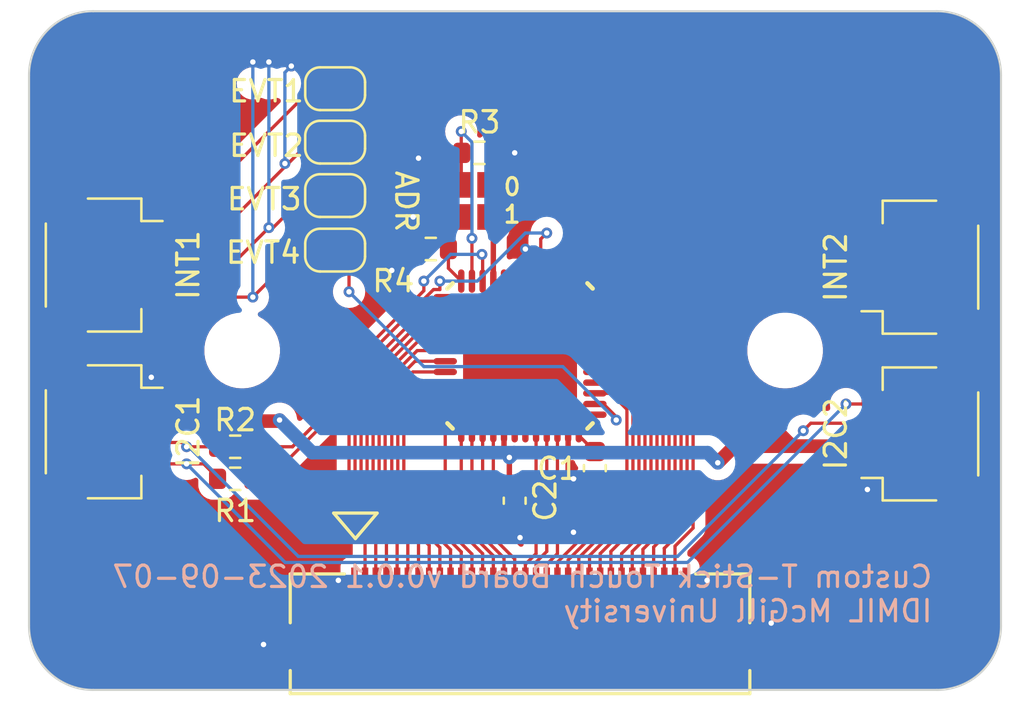
<source format=kicad_pcb>
(kicad_pcb (version 20221018) (generator pcbnew)
  (layers (0 "F.Cu" signal) (31 "B.Cu" signal) (34 "B.Paste" user) (35 "F.Paste" user) (36 "B.SilkS" user "B.Silkscreen") (37 "F.SilkS" user "F.Silkscreen") (38 "B.Mask" user) (39 "F.Mask" user) (44 "Edge.Cuts" user))
  (net 0 "")
  (net 1 "GND")
  (net 2 "+3V3")
  (net 3 "/SDA")
  (net 4 "/SCL")
  (net 5 "Net-(IC1-(INT)P0[1])")
  (net 6 "/EVT1")
  (net 7 "/EVT2")
  (net 8 "/EVT3")
  (net 9 "/EVT4")
  (net 10 "/TRILL_EVT")
  (net 11 "/ADDR0")
  (net 12 "/ADDR1")
  (net 13 "Net-(IC1-(PR{slash}SCL)P1[1])")
  (net 14 "Net-(IC1-(PR{slash}SDA)P1[0])")
  (net 15 "/TOUCH0")
  (net 16 "/TOUCH1")
  (net 17 "/TOUCH2")
  (net 18 "/TOUCH3")
  (net 19 "/TOUCH4")
  (net 20 "/TOUCH5")
  (net 21 "/TOUCH6")
  (net 22 "/TOUCH7")
  (net 23 "/TOUCH8")
  (net 24 "/TOUCH9")
  (net 25 "/TOUCH10")
  (net 26 "/TOUCH11")
  (net 27 "/TOUCH12")
  (net 28 "/TOUCH13")
  (net 29 "/TOUCH14")
  (net 30 "/TOUCH15")
  (net 31 "/TOUCH16")
  (net 32 "/TOUCH17")
  (net 33 "/TOUCH18")
  (net 34 "/TOUCH19")
  (net 35 "/TOUCH20")
  (net 36 "/TOUCH21")
  (net 37 "/TOUCH22")
  (net 38 "/TOUCH23")
  (net 39 "/TOUCH24")
  (net 40 "/TOUCH25")
  (net 41 "/TOUCH26")
  (net 42 "/TOUCH27")
  (net 43 "/TOUCH28")
  (net 44 "/TOUCH29")
  (net 45 "/RES")
  (footprint "Connector_JST:JST_SH_SM04B-SRSS-TB_1x04-1MP_P1.00mm_Horizontal" (layer "F.Cu") (at 148 86.85 90)
    (fp_text reference "INT2")
    (fp_text value "Conn_01x04")
  )
  (footprint "cap-touch-breakout:QFN48-LEADS" (layer "F.Cu") (at 129.25 91 180)
    (fp_text reference "IC1" hide)
    (fp_text value "CY8C206X6A" hide)
  )
  (footprint "Capacitor_SMD:C_0603_1608Metric" (layer "F.Cu") (at 129 97.775 -90)
    (fp_text reference "C2")
    (fp_text value "0.1uF")
  )
  (footprint "Jumper:SolderJumper-2_P1.3mm_Open_RoundedPad1.0x1.5mm" (layer "F.Cu") (at 120.6 83.5 180)
    (fp_text reference "JP3" hide)
    (fp_text value "SolderJumper_2_Open")
  )
  (footprint "Capacitor_SMD:C_0603_1608Metric" (layer "F.Cu") (at 132.75 96.25 -90)
    (fp_text reference "C1")
    (fp_text value "2.2nF")
  )
  (footprint "MountingHole:MountingHole_3.2mm_M3_DIN965" (layer "F.Cu") (at 116.25 90.75)
    (fp_text reference "H2" hide)
    (fp_text value "MountingHole")
  )
  (footprint "molex-ffc-connectors:CON_541323262_MOL" (layer "F.Cu") (at 129.25 104)
    (fp_text reference "FFC1" hide)
    (fp_text value "Conn_01x32")
  )
  (footprint "Jumper:SolderJumper-2_P1.3mm_Open_RoundedPad1.0x1.5mm" (layer "F.Cu") (at 120.6 86.05 180)
    (fp_text reference "JP4" hide)
    (fp_text value "SolderJumper_2_Open")
  )
  (footprint "Resistor_SMD:R_0603_1608Metric" (layer "F.Cu") (at 115.925 96.75)
    (fp_text reference "R1")
    (fp_text value "100")
  )
  (footprint "Resistor_SMD:R_0603_1608Metric" (layer "F.Cu") (at 127.35 81.5)
    (fp_text reference "R3")
    (fp_text value "47k")
  )
  (footprint "Jumper:SolderJumper-2_P1.3mm_Open_RoundedPad1.0x1.5mm" (layer "F.Cu") (at 120.6 81 180)
    (fp_text reference "JP2" hide)
    (fp_text value "SolderJumper_2_Open")
  )
  (footprint "Connector_JST:JST_SH_SM04B-SRSS-TB_1x04-1MP_P1.00mm_Horizontal" (layer "F.Cu") (at 109.75 86.75 -90)
    (fp_text reference "INT1")
    (fp_text value "Conn_01x04")
  )
  (footprint "Resistor_SMD:R_0603_1608Metric" (layer "F.Cu") (at 125.075 86 180)
    (fp_text reference "R4")
    (fp_text value "47k")
  )
  (footprint "Resistor_SMD:R_0603_1608Metric" (layer "F.Cu") (at 115.925 95.25)
    (fp_text reference "R2")
    (fp_text value "100")
  )
  (footprint "cap-touch-breakout:DOUBLE_SOLDER_JUMPER" (layer "F.Cu") (at 127.7503 84.5 180)
    (fp_text reference "JP1B1" hide)
    (fp_text value "Conn_01x03" hide)
  )
  (footprint "Connector_JST:JST_SH_SM04B-SRSS-TB_1x04-1MP_P1.00mm_Horizontal" (layer "F.Cu") (at 109.75 94.55 -90)
    (fp_text reference "I2C1")
    (fp_text value "Conn_01x04")
  )
  (footprint "cap-touch-breakout:DOUBLE_SOLDER_JUMPER" (layer "F.Cu") (at 127.75 83 180)
    (fp_text reference "JP1A1" hide)
    (fp_text value "Conn_01x03" hide)
  )
  (footprint "Jumper:SolderJumper-2_P1.3mm_Open_RoundedPad1.0x1.5mm" (layer "F.Cu") (at 120.6 78.5 180)
    (fp_text reference "JP1" hide)
    (fp_text value "SolderJumper_2_Open")
  )
  (footprint "Connector_JST:JST_SH_SM04B-SRSS-TB_1x04-1MP_P1.00mm_Horizontal" (layer "F.Cu") (at 148 94.65 90)
    (fp_text reference "I2C2")
    (fp_text value "Conn_01x04")
  )
  (footprint "MountingHole:MountingHole_3.2mm_M3_DIN965" (layer "F.Cu") (at 141.65 90.75)
    (fp_text reference "H1" hide)
    (fp_text value "MountingHole")
  )
  (gr_arc (start 109.28 106.625) (mid 107.15868 105.74632) (end 106.28 103.625) (stroke (width 0.1)) (layer "Edge.Cuts"))
  (gr_line (start 151.75 103.625) (end 151.75 77.875) (stroke (width 0.1)) (layer "Edge.Cuts"))
  (gr_arc (start 148.75 74.875) (mid 150.87132 75.75368) (end 151.75 77.875) (stroke (width 0.1)) (layer "Edge.Cuts"))
  (gr_arc (start 151.75 103.625) (mid 150.87132 105.74632) (end 148.75 106.625) (stroke (width 0.1)) (layer "Edge.Cuts"))
  (gr_line (start 109.28 106.625) (end 148.75 106.625) (stroke (width 0.1)) (layer "Edge.Cuts"))
  (gr_line (start 106.28 103.625) (end 106.28 77.875) (stroke (width 0.1)) (layer "Edge.Cuts"))
  (gr_line (start 148.75 74.875) (end 109.28 74.875) (stroke (width 0.1)) (layer "Edge.Cuts"))
  (gr_arc (start 106.28 77.875) (mid 107.15868 75.75368) (end 109.28 74.875) (stroke (width 0.1)) (layer "Edge.Cuts"))
  (gr_text "Custom T-Stick Touch Board v0.0.1 2023-09-07\nIDMIL McGill University" (at 148.625 103.525) (layer "B.SilkS") (effects (font (size 1 1)) (justify left bottom mirror)))
  (gr_text "0\n1" (at 128.4 84.85) (layer "F.SilkS") (effects (font (size 0.8 0.8)) (justify left bottom)))
  (gr_text "EVT2" (at 115.55 81.75) (layer "F.SilkS") (effects (font (size 1 1)) (justify left bottom)))
  (gr_text "EVT4" (at 115.4 86.75) (layer "F.SilkS") (effects (font (size 1 1)) (justify left bottom)))
  (gr_text "EVT3" (at 115.45 84.25) (layer "F.SilkS") (effects (font (size 1 1)) (justify left bottom)))
  (gr_text "ADR" (at 123.35 82.25 -90) (layer "F.SilkS") (effects (font (size 1 1)) (justify left bottom)))
  (gr_text "EVT1" (at 115.55 79.2) (layer "F.SilkS") (effects (font (size 1 1)) (justify left bottom)))
  (segment (start 129.5 87.5) (end 129.5 86) (width 0.254) (layer "F.Cu") (net 1))
  (segment (start 146 96.75) (end 145.5 97.25) (width 0.254) (layer "F.Cu") (net 1))
  (segment (start 125.3497 83) (end 125.3497 82.5997) (width 0.254) (layer "F.Cu") (net 1))
  (segment (start 139.9 104.6016) (end 141 103.5016) (width 0.1524) (layer "F.Cu") (net 1))
  (segment (start 111.75 93.05) (end 111.75 92.25) (width 0.254) (layer "F.Cu") (net 1))
  (segment (start 125.3497 82.5997) (end 124.5 81.75) (width 0.254) (layer "F.Cu") (net 1))
  (segment (start 131.5 96.5) (end 131.5 94.5) (width 0.254) (layer "F.Cu") (net 1))
  (segment (start 137.997993 101.502007) (end 138 101.5) (width 0.1524) (layer "F.Cu") (net 1))
  (segment (start 129.25 91) (end 129.5 90.75) (width 0.1524) (layer "F.Cu") (net 1))
  (segment (start 129.5 87.5) (end 129.5 92.025829) (width 0.254) (layer "F.Cu") (net 1))
  (segment (start 124.25 86) (end 123.25 87) (width 0.254) (layer "F.Cu") (net 1))
  (segment (start 131.75 96.75) (end 131.5 96.5) (width 0.254) (layer "F.Cu") (net 1))
  (segment (start 129 99.25) (end 129.25 99.5) (width 0.1524) (layer "F.Cu") (net 1))
  (segment (start 121.500016 101.502007) (end 120.752007 101.502007) (width 0.1524) (layer "F.Cu") (net 1))
  (segment (start 132.75 98.248882) (end 131.749441 99.249441) (width 0.254) (layer "F.Cu") (net 1))
  (segment (start 146 96.15) (end 146 96.75) (width 0.254) (layer "F.Cu") (net 1))
  (segment (start 118.6 104.6016) (end 117.3516 104.6016) (width 0.1524) (layer "F.Cu") (net 1))
  (segment (start 111.75 92.25) (end 112 92) (width 0.254) (layer "F.Cu") (net 1))
  (segment (start 128.175 81.5) (end 129 81.5) (width 0.254) (layer "F.Cu") (net 1))
  (segment (start 137.000015 101.502007) (end 137.997993 101.502007) (width 0.1524) (layer "F.Cu") (net 1))
  (segment (start 125.35 84.5) (end 124.25 84.5) (width 0.254) (layer "F.Cu") (net 1))
  (segment (start 117.3516 104.6016) (end 117.25 104.5) (width 0.1524) (layer "F.Cu") (net 1))
  (segment (start 131.5 94.025829) (end 131.5 94.5) (width 0.254) (layer "F.Cu") (net 1))
  (segment (start 132.75 97.025) (end 132.75 98.248882) (width 0.254) (layer "F.Cu") (net 1))
  (segment (start 129 98.55) (end 129 99.25) (width 0.1524) (layer "F.Cu") (net 1))
  (segment (start 129.5 92.025829) (end 131.5 94.025829) (width 0.254) (layer "F.Cu") (net 1))
  (segment (start 120.752007 101.502007) (end 120.75 101.5) (width 0.1524) (layer "F.Cu") (net 1))
  (segment (start 141 103.5016) (end 141 103.5) (width 0.1524) (layer "F.Cu") (net 1))
  (via (at 124.5 81.75) (size 0.508) (drill 0.254) (layers "F.Cu" "B.Cu") (net 1))
  (via (at 131.749441 99.249441) (size 0.508) (drill 0.254) (layers "F.Cu" "B.Cu") (net 1))
  (via (at 145.5 97.25) (size 0.508) (drill 0.254) (layers "F.Cu" "B.Cu") (net 1))
  (via (at 129.25 99.5) (size 0.508) (drill 0.254) (layers "F.Cu" "B.Cu") (net 1))
  (via (at 131.75 96.75) (size 0.508) (drill 0.254) (layers "F.Cu" "B.Cu") (net 1))
  (via (at 117.25 104.5) (size 0.508) (drill 0.254) (layers "F.Cu" "B.Cu") (net 1))
  (via (at 129 81.5) (size 0.508) (drill 0.254) (layers "F.Cu" "B.Cu") (net 1))
  (via (at 120.75 101.5) (size 0.508) (drill 0.254) (layers "F.Cu" "B.Cu") (net 1))
  (via (at 123.25 87) (size 0.508) (drill 0.254) (layers "F.Cu" "B.Cu") (net 1))
  (via (at 141 103.5) (size 0.508) (drill 0.254) (layers "F.Cu" "B.Cu") (net 1))
  (via (at 112 92) (size 0.508) (drill 0.254) (layers "F.Cu" "B.Cu") (net 1))
  (via (at 138 101.5) (size 0.508) (drill 0.254) (layers "F.Cu" "B.Cu") (net 1))
  (via (at 129.5 86) (size 0.508) (drill 0.254) (layers "F.Cu" "B.Cu") (net 1))
  (via (at 124.25 84.5) (size 0.508) (drill 0.254) (layers "F.Cu" "B.Cu") (net 1))
  (segment (start 117.95 94.05) (end 118 94) (width 0.635) (layer "F.Cu") (net 2))
  (segment (start 142.75 95.2239) (end 139.2761 95.2239) (width 0.635) (layer "F.Cu") (net 2))
  (segment (start 128 84.7497) (end 127.7503 84.5) (width 0.254) (layer "F.Cu") (net 2))
  (segment (start 145.9261 95.2239) (end 146 95.15) (width 0.635) (layer "F.Cu") (net 2))
  (segment (start 139.2761 95.2239) (end 138.5 96) (width 0.635) (layer "F.Cu") (net 2))
  (segment (start 128.75 96.75) (end 129 97) (width 0.254) (layer "F.Cu") (net 2))
  (segment (start 129.75 83) (end 127.75 83) (width 0.635) (layer "F.Cu") (net 2))
  (segment (start 128 87.5) (end 128 84.7497) (width 0.254) (layer "F.Cu") (net 2))
  (segment (start 128.75 95.75) (end 128.75 96.75) (width 0.254) (layer "F.Cu") (net 2))
  (segment (start 127.75 83) (end 127.75 84.4997) (width 0.254) (layer "F.Cu") (net 2))
  (segment (start 142.75 95.2239) (end 141.9739 95.2239) (width 0.635) (layer "F.Cu") (net 2))
  (segment (start 111.75 94.05) (end 117.95 94.05) (width 0.635) (layer "F.Cu") (net 2))
  (segment (start 141.9739 95.2239) (end 145.9261 95.2239) (width 0.635) (layer "F.Cu") (net 2))
  (segment (start 141.9739 95.2239) (end 129.75 83) (width 0.635) (layer "F.Cu") (net 2))
  (segment (start 128.5 94.5) (end 128.5 95.5) (width 0.254) (layer "F.Cu") (net 2))
  (segment (start 127.75 84.4997) (end 127.7503 84.5) (width 0.254) (layer "F.Cu") (net 2))
  (segment (start 128.5 95.5) (end 128.75 95.75) (width 0.254) (layer "F.Cu") (net 2))
  (via (at 128.75 95.75) (size 0.508) (drill 0.254) (layers "F.Cu" "B.Cu") (net 2))
  (via (at 118 94) (size 0.508) (drill 0.254) (layers "F.Cu" "B.Cu") (net 2))
  (via (at 138.5 96) (size 0.508) (drill 0.254) (layers "F.Cu" "B.Cu") (net 2))
  (segment (start 138.0261 95.5261) (end 128.9739 95.5261) (width 0.635) (layer "B.Cu") (net 2))
  (segment (start 138.5 96) (end 138.0261 95.5261) (width 0.635) (layer "B.Cu") (net 2))
  (segment (start 128.9739 95.5261) (end 128.75 95.75) (width 0.635) (layer "B.Cu") (net 2))
  (segment (start 128.9739 95.5261) (end 119.5261 95.5261) (width 0.635) (layer "B.Cu") (net 2))
  (segment (start 119.5261 95.5261) (end 118 94) (width 0.635) (layer "B.Cu") (net 2))
  (segment (start 113.65 95.25) (end 114.8 95.25) (width 0.1524) (layer "F.Cu") (net 3))
  (segment (start 111.4 95.05) (end 113.45 95.05) (width 0.1524) (layer "F.Cu") (net 3))
  (segment (start 142.85 94.15) (end 146 94.15) (width 0.1524) (layer "F.Cu") (net 3))
  (segment (start 114.8 95.25) (end 115.1 94.95) (width 0.1524) (layer "F.Cu") (net 3))
  (segment (start 142.5 94.5) (end 142.85 94.15) (width 0.1524) (layer "F.Cu") (net 3))
  (segment (start 113.45 95.05) (end 113.65 95.25) (width 0.1524) (layer "F.Cu") (net 3))
  (via (at 142.5 94.5) (size 0.508) (drill 0.254) (layers "F.Cu" "B.Cu") (net 3))
  (via (at 113.65 95.25) (size 0.508) (drill 0.254) (layers "F.Cu" "B.Cu") (net 3))
  (segment (start 142.5 94.5) (end 136.6186 100.3814) (width 0.1524) (layer "B.Cu") (net 3))
  (segment (start 136.6186 100.3814) (end 118.8814 100.3814) (width 0.1524) (layer "B.Cu") (net 3))
  (segment (start 113.75 95.25) (end 113.65 95.25) (width 0.1524) (layer "B.Cu") (net 3))
  (segment (start 113.75 95.25) (end 118.8814 100.3814) (width 0.1524) (layer "B.Cu") (net 3))
  (segment (start 113.65 96.05) (end 114.45 96.05) (width 0.1524) (layer "F.Cu") (net 4))
  (segment (start 111.4 96.05) (end 113.65 96.05) (width 0.1524) (layer "F.Cu") (net 4))
  (segment (start 145.9 93.25) (end 146 93.15) (width 0.1524) (layer "F.Cu") (net 4))
  (segment (start 114.45 96.05) (end 115.1 96.7) (width 0.1524) (layer "F.Cu") (net 4))
  (segment (start 144.5 93.25) (end 145.9 93.25) (width 0.1524) (layer "F.Cu") (net 4))
  (via (at 144.5 93.25) (size 0.508) (drill 0.254) (layers "F.Cu" "B.Cu") (net 4))
  (via (at 113.65 96.05) (size 0.508) (drill 0.254) (layers "F.Cu" "B.Cu") (net 4))
  (segment (start 118.2628 100.6628) (end 113.65 96.05) (width 0.1524) (layer "B.Cu") (net 4))
  (segment (start 144.5 93.25) (end 137.0872 100.6628) (width 0.1524) (layer "B.Cu") (net 4))
  (segment (start 137.0872 100.6628) (end 118.2628 100.6628) (width 0.1524) (layer "B.Cu") (net 4))
  (segment (start 132 94.725) (end 132.75 95.475) (width 0.1524) (layer "F.Cu") (net 5))
  (segment (start 132 94.5) (end 132 94.725) (width 0.1524) (layer "F.Cu") (net 5))
  (segment (start 119.5 78.5) (end 112.75 85.25) (width 0.1524) (layer "F.Cu") (net 6))
  (segment (start 112.75 85.25) (end 111.4 85.25) (width 0.1524) (layer "F.Cu") (net 6))
  (segment (start 145.25 88.35) (end 134.4448 77.5448) (width 0.1524) (layer "F.Cu") (net 6))
  (segment (start 146 88.35) (end 145.25 88.35) (width 0.1524) (layer "F.Cu") (net 6))
  (segment (start 119.95 78.259802) (end 119.95 78.5) (width 0.1524) (layer "F.Cu") (net 6))
  (segment (start 119.95 78.5) (end 119.5 78.5) (width 0.1524) (layer "F.Cu") (net 6))
  (segment (start 134.4448 77.5448) (end 120.665002 77.5448) (width 0.1524) (layer "F.Cu") (net 6))
  (segment (start 120.665002 77.5448) (end 119.95 78.259802) (width 0.1524) (layer "F.Cu") (net 6))
  (segment (start 114.152696 86.25) (end 111.4 86.25) (width 0.1524) (layer "F.Cu") (net 7))
  (segment (start 118.25 82) (end 118.402696 82) (width 0.1524) (layer "F.Cu") (net 7))
  (segment (start 118.402696 82) (end 119.402696 81) (width 0.1524) (layer "F.Cu") (net 7))
  (segment (start 119.402696 81) (end 119.95 81) (width 0.1524) (layer "F.Cu") (net 7))
  (segment (start 135.1134 77.2634) (end 145.2 87.35) (width 0.1524) (layer "F.Cu") (net 7))
  (segment (start 118.25 82.152696) (end 114.152696 86.25) (width 0.1524) (layer "F.Cu") (net 7))
  (segment (start 118.55 77.4407) (end 118.7273 77.2634) (width 0.1524) (layer "F.Cu") (net 7))
  (segment (start 118.7273 77.2634) (end 135.1134 77.2634) (width 0.1524) (layer "F.Cu") (net 7))
  (segment (start 145.2 87.35) (end 146 87.35) (width 0.1524) (layer "F.Cu") (net 7))
  (segment (start 118.25 82) (end 118.25 82.152696) (width 0.1524) (layer "F.Cu") (net 7))
  (via (at 118.25 82) (size 0.508) (drill 0.254) (layers "F.Cu" "B.Cu") (net 7))
  (via (at 118.55 77.4407) (size 0.508) (drill 0.254) (layers "F.Cu" "B.Cu") (net 7))
  (segment (start 118.25 82) (end 118.25 77.7407) (width 0.1524) (layer "B.Cu") (net 7))
  (segment (start 118.25 77.7407) (end 118.55 77.4407) (width 0.1524) (layer "B.Cu") (net 7))
  (segment (start 119.2 83.5) (end 119.95 83.5) (width 0.1524) (layer "F.Cu") (net 8))
  (segment (start 117.5 85) (end 115.25 87.25) (width 0.1524) (layer "F.Cu") (net 8))
  (segment (start 117.5 85) (end 117.7 85) (width 0.1524) (layer "F.Cu") (net 8))
  (segment (start 117.5 77.25) (end 117.768 76.982) (width 0.1524) (layer "F.Cu") (net 8))
  (segment (start 145.35 86.35) (end 146 86.35) (width 0.1524) (layer "F.Cu") (net 8))
  (segment (start 117.768 76.982) (end 135.982 76.982) (width 0.1524) (layer "F.Cu") (net 8))
  (segment (start 135.982 76.982) (end 145.35 86.35) (width 0.1524) (layer "F.Cu") (net 8))
  (segment (start 117.7 85) (end 119.2 83.5) (width 0.1524) (layer "F.Cu") (net 8))
  (segment (start 115.25 87.25) (end 111.4 87.25) (width 0.1524) (layer "F.Cu") (net 8))
  (via (at 117.5 77.25) (size 0.508) (drill 0.254) (layers "F.Cu" "B.Cu") (net 8))
  (via (at 117.5 85) (size 0.508) (drill 0.254) (layers "F.Cu" "B.Cu") (net 8))
  (segment (start 117.5 85) (end 117.5 77.25) (width 0.1524) (layer "B.Cu") (net 8))
  (segment (start 116.75 77.25) (end 117.2994 76.7006) (width 0.1524) (layer "F.Cu") (net 9))
  (segment (start 118.95 86.05) (end 119.95 86.05) (width 0.1524) (layer "F.Cu") (net 9))
  (segment (start 116.75 88.25) (end 118.95 86.05) (width 0.1524) (layer "F.Cu") (net 9))
  (segment (start 145.6 85.35) (end 146 85.35) (width 0.1524) (layer "F.Cu") (net 9))
  (segment (start 117.2994 76.7006) (end 136.9506 76.7006) (width 0.1524) (layer "F.Cu") (net 9))
  (segment (start 111.4 88.25) (end 116.75 88.25) (width 0.1524) (layer "F.Cu") (net 9))
  (segment (start 136.9506 76.7006) (end 145.6 85.35) (width 0.1524) (layer "F.Cu") (net 9))
  (via (at 116.75 77.25) (size 0.508) (drill 0.254) (layers "F.Cu" "B.Cu") (net 9))
  (via (at 116.75 88.25) (size 0.508) (drill 0.254) (layers "F.Cu" "B.Cu") (net 9))
  (segment (start 116.75 88.25) (end 116.75 77.25) (width 0.1524) (layer "B.Cu") (net 9))
  (segment (start 132.75 93.25) (end 133.152329 93.25) (width 0.1524) (layer "F.Cu") (net 10))
  (segment (start 133.75 93.847671) (end 133.75 94) (width 0.1524) (layer "F.Cu") (net 10))
  (segment (start 121.25 88) (end 121.25 86.05) (width 0.1524) (layer "F.Cu") (net 10))
  (segment (start 133.152329 93.25) (end 133.75 93.847671) (width 0.1524) (layer "F.Cu") (net 10))
  (segment (start 121.25 86.05) (end 121.25 78.5) (width 0.1524) (layer "F.Cu") (net 10))
  (via (at 121.25 88) (size 0.508) (drill 0.254) (layers "F.Cu" "B.Cu") (net 10))
  (via (at 133.75 94) (size 0.508) (drill 0.254) (layers "F.Cu" "B.Cu") (net 10))
  (segment (start 131.25 91.5) (end 133.75 94) (width 0.1524) (layer "B.Cu") (net 10))
  (segment (start 124.75 91.5) (end 131.25 91.5) (width 0.1524) (layer "B.Cu") (net 10))
  (segment (start 121.25 88) (end 124.75 91.5) (width 0.1524) (layer "B.Cu") (net 10))
  (segment (start 127 85.5) (end 127 87.5) (width 0.1524) (layer "F.Cu") (net 11))
  (segment (start 126.5 80.5) (end 126.4997 80.5003) (width 0.1524) (layer "F.Cu") (net 11))
  (segment (start 126.4997 80.5003) (end 126.4997 83) (width 0.1524) (layer "F.Cu") (net 11))
  (via (at 126.5 80.5) (size 0.508) (drill 0.254) (layers "F.Cu" "B.Cu") (net 11))
  (via (at 127 85.5) (size 0.508) (drill 0.254) (layers "F.Cu" "B.Cu") (net 11))
  (segment (start 127 81) (end 126.5 80.5) (width 0.1524) (layer "B.Cu") (net 11))
  (segment (start 127 85.5) (end 127 81) (width 0.1524) (layer "B.Cu") (net 11))
  (segment (start 125.9 86.9) (end 125.9 85.4101) (width 0.1524) (layer "F.Cu") (net 12))
  (segment (start 125.9 85.4101) (end 126.5 84.8101) (width 0.1524) (layer "F.Cu") (net 12))
  (segment (start 126.5 84.8101) (end 126.5 84.5) (width 0.1524) (layer "F.Cu") (net 12))
  (segment (start 126.5 87.5) (end 125.9 86.9) (width 0.1524) (layer "F.Cu") (net 12))
  (segment (start 117.5 96.75) (end 120.9686 93.2814) (width 0.1524) (layer "F.Cu") (net 13))
  (segment (start 130.2186 86.879071) (end 130 87.097671) (width 0.1524) (layer "F.Cu") (net 13))
  (segment (start 130.5 85.25) (end 130.2186 85.5314) (width 0.1524) (layer "F.Cu") (net 13))
  (segment (start 125.5 87.8948) (end 125.5 87.5) (width 0.1524) (layer "F.Cu") (net 13))
  (segment (start 116.75 96.75) (end 117.5 96.75) (width 0.1524) (layer "F.Cu") (net 13))
  (segment (start 120.9686 92.129071) (end 125.202871 87.8948) (width 0.1524) (layer "F.Cu") (net 13))
  (segment (start 125.202871 87.8948) (end 125.5 87.8948) (width 0.1524) (layer "F.Cu") (net 13))
  (segment (start 130 87.097671) (end 130 87.5) (width 0.1524) (layer "F.Cu") (net 13))
  (segment (start 130.2186 85.5314) (end 130.2186 86.879071) (width 0.1524) (layer "F.Cu") (net 13))
  (segment (start 120.9686 93.2814) (end 120.9686 92.129071) (width 0.1524) (layer "F.Cu") (net 13))
  (via (at 130.5 85.25) (size 0.508) (drill 0.254) (layers "F.Cu" "B.Cu") (net 13))
  (via (at 125.5 87.5) (size 0.508) (drill 0.254) (layers "F.Cu" "B.Cu") (net 13))
  (segment (start 127.25 87.5) (end 129.5 85.25) (width 0.1524) (layer "B.Cu") (net 13))
  (segment (start 129.5 85.25) (end 130.5 85.25) (width 0.1524) (layer "B.Cu") (net 13))
  (segment (start 125.5 87.5) (end 127.25 87.5) (width 0.1524) (layer "B.Cu") (net 13))
  (segment (start 127.5 87.5) (end 127.5 86.2829) (width 0.1524) (layer "F.Cu") (net 14))
  (segment (start 127.5 86.2829) (end 127.4671 86.25) (width 0.1524) (layer "F.Cu") (net 14))
  (segment (start 118.60204 95.25) (end 119.55102 94.30102) (width 0.1524) (layer "F.Cu") (net 14))
  (segment (start 124.75 87.5) (end 124.75 87.949711) (width 0.1524) (layer "F.Cu") (net 14))
  (segment (start 116.75 95.25) (end 118.60204 95.25) (width 0.1524) (layer "F.Cu") (net 14))
  (segment (start 124.75 87.949711) (end 120.6872 92.012511) (width 0.1524) (layer "F.Cu") (net 14))
  (segment (start 120.6872 92.012511) (end 120.6872 93.16484) (width 0.1524) (layer "F.Cu") (net 14))
  (segment (start 119.55102 94.30102) (end 119.42602 94.42602) (width 0.1524) (layer "F.Cu") (net 14))
  (segment (start 118.60204 95.25) (end 119.42602 94.42602) (width 0.1524) (layer "F.Cu") (net 14))
  (segment (start 120.6872 93.16484) (end 119.55102 94.30102) (width 0.1524) (layer "F.Cu") (net 14))
  (via (at 127.4671 86.25) (size 0.508) (drill 0.254) (layers "F.Cu" "B.Cu") (net 14))
  (via (at 124.75 87.5) (size 0.508) (drill 0.254) (layers "F.Cu" "B.Cu") (net 14))
  (segment (start 126 86.25) (end 124.75 87.5) (width 0.1524) (layer "B.Cu") (net 14))
  (segment (start 127.4671 86.25) (end 126 86.25) (width 0.1524) (layer "B.Cu") (net 14))
  (segment (start 121.25 92.347671) (end 125.347671 88.25) (width 0.1524) (layer "F.Cu") (net 15))
  (segment (start 122.000014 101.502007) (end 122.000014 99.250014) (width 0.1524) (layer "F.Cu") (net 15))
  (segment (start 121.25 98.5) (end 121.25 92.347671) (width 0.1524) (layer "F.Cu") (net 15))
  (segment (start 122.000014 99.250014) (end 121.25 98.5) (width 0.1524) (layer "F.Cu") (net 15))
  (segment (start 125.347671 88.25) (end 125.75 88.25) (width 0.1524) (layer "F.Cu") (net 15))
  (segment (start 122.500016 101.502007) (end 122.500016 99.352056) (width 0.1524) (layer "F.Cu") (net 16))
  (segment (start 121.5314 92.464231) (end 124.745631 89.25) (width 0.1524) (layer "F.Cu") (net 16))
  (segment (start 122.500016 99.352056) (end 121.5314 98.38344) (width 0.1524) (layer "F.Cu") (net 16))
  (segment (start 124.745631 89.25) (end 125.75 89.25) (width 0.1524) (layer "F.Cu") (net 16))
  (segment (start 121.5314 98.38344) (end 121.5314 92.464231) (width 0.1524) (layer "F.Cu") (net 16))
  (segment (start 125.75 89.75) (end 124.643591 89.75) (width 0.1524) (layer "F.Cu") (net 17))
  (segment (start 124.643591 89.75) (end 121.8128 92.580791) (width 0.1524) (layer "F.Cu") (net 17))
  (segment (start 123.000015 99.454095) (end 123.000015 101.502007) (width 0.1524) (layer "F.Cu") (net 17))
  (segment (start 121.8128 92.580791) (end 121.8128 98.26688) (width 0.1524) (layer "F.Cu") (net 17))
  (segment (start 121.8128 98.26688) (end 123.000015 99.454095) (width 0.1524) (layer "F.Cu") (net 17))
  (segment (start 122.0942 98.15032) (end 122.0942 92.697351) (width 0.1524) (layer "F.Cu") (net 18))
  (segment (start 123.500017 99.556137) (end 122.0942 98.15032) (width 0.1524) (layer "F.Cu") (net 18))
  (segment (start 124.541551 90.25) (end 125.75 90.25) (width 0.1524) (layer "F.Cu") (net 18))
  (segment (start 122.0942 92.697351) (end 124.541551 90.25) (width 0.1524) (layer "F.Cu") (net 18))
  (segment (start 123.500017 101.502007) (end 123.500017 99.556137) (width 0.1524) (layer "F.Cu") (net 18))
  (segment (start 125.75 90.75) (end 124.439511 90.75) (width 0.1524) (layer "F.Cu") (net 19))
  (segment (start 122.3756 98.03376) (end 124.000016 99.658176) (width 0.1524) (layer "F.Cu") (net 19))
  (segment (start 122.3756 92.813911) (end 122.3756 98.03376) (width 0.1524) (layer "F.Cu") (net 19))
  (segment (start 124.000016 99.658176) (end 124.000016 101.502007) (width 0.1524) (layer "F.Cu") (net 19))
  (segment (start 124.439511 90.75) (end 122.3756 92.813911) (width 0.1524) (layer "F.Cu") (net 19))
  (segment (start 122.657 97.9172) (end 124.500015 99.760215) (width 0.1524) (layer "F.Cu") (net 20))
  (segment (start 125.75 91.25) (end 124.337471 91.25) (width 0.1524) (layer "F.Cu") (net 20))
  (segment (start 122.657 92.930471) (end 122.657 97.9172) (width 0.1524) (layer "F.Cu") (net 20))
  (segment (start 124.337471 91.25) (end 122.657 92.930471) (width 0.1524) (layer "F.Cu") (net 20))
  (segment (start 124.500015 99.760215) (end 124.500015 101.502007) (width 0.1524) (layer "F.Cu") (net 20))
  (segment (start 124.235431 91.75) (end 125.75 91.75) (width 0.1524) (layer "F.Cu") (net 21))
  (segment (start 122.9384 97.80064) (end 122.9384 93.047031) (width 0.1524) (layer "F.Cu") (net 21))
  (segment (start 125.000016 101.502007) (end 125.000016 99.862256) (width 0.1524) (layer "F.Cu") (net 21))
  (segment (start 122.9384 93.047031) (end 124.235431 91.75) (width 0.1524) (layer "F.Cu") (net 21))
  (segment (start 125.000016 99.862256) (end 122.9384 97.80064) (width 0.1524) (layer "F.Cu") (net 21))
  (segment (start 123.25 97.71428) (end 125.500015 99.964295) (width 0.1524) (layer "F.Cu") (net 22))
  (segment (start 124.133391 92.25) (end 123.25 93.133391) (width 0.1524) (layer "F.Cu") (net 22))
  (segment (start 123.25 93.133391) (end 123.25 97.71428) (width 0.1524) (layer "F.Cu") (net 22))
  (segment (start 125.75 92.25) (end 124.133391 92.25) (width 0.1524) (layer "F.Cu") (net 22))
  (segment (start 125.500015 99.964295) (end 125.500015 101.502007) (width 0.1524) (layer "F.Cu") (net 22))
  (segment (start 124.0314 92.75) (end 125.75 92.75) (width 0.1524) (layer "F.Cu") (net 23))
  (segment (start 123.5314 97.59772) (end 123.5314 93.25) (width 0.1524) (layer "F.Cu") (net 23))
  (segment (start 126.000017 101.502007) (end 126.000017 100.066337) (width 0.1524) (layer "F.Cu") (net 23))
  (segment (start 126.000017 100.066337) (end 123.5314 97.59772) (width 0.1524) (layer "F.Cu") (net 23))
  (segment (start 123.5314 93.25) (end 124.0314 92.75) (width 0.1524) (layer "F.Cu") (net 23))
  (segment (start 123.8128 94.4372) (end 123.8128 97.48116) (width 0.1524) (layer "F.Cu") (net 24))
  (segment (start 125 93.25) (end 123.8128 94.4372) (width 0.1524) (layer "F.Cu") (net 24))
  (segment (start 126.500016 100.168376) (end 126.500016 101.502007) (width 0.1524) (layer "F.Cu") (net 24))
  (segment (start 123.8128 97.48116) (end 126.500016 100.168376) (width 0.1524) (layer "F.Cu") (net 24))
  (segment (start 125.75 93.25) (end 125 93.25) (width 0.1524) (layer "F.Cu") (net 24))
  (segment (start 127.000015 100.270415) (end 125.7398 99.0102) (width 0.1524) (layer "F.Cu") (net 25))
  (segment (start 127.000015 101.502007) (end 127.000015 100.270415) (width 0.1524) (layer "F.Cu") (net 25))
  (segment (start 125.75 99) (end 125.75 93.75) (width 0.1524) (layer "F.Cu") (net 25))
  (segment (start 125.7398 99.0102) (end 125.75 99) (width 0.1524) (layer "F.Cu") (net 25))
  (segment (start 126.5 94.5) (end 126.5 99.25) (width 0.1524) (layer "F.Cu") (net 26))
  (segment (start 127.500016 100.250016) (end 127.500016 101.502007) (width 0.1524) (layer "F.Cu") (net 26))
  (segment (start 126.5 99.25) (end 127.500016 100.250016) (width 0.1524) (layer "F.Cu") (net 26))
  (segment (start 128.000015 100.352055) (end 127 99.35204) (width 0.1524) (layer "F.Cu") (net 27))
  (segment (start 128.000015 101.502007) (end 128.000015 100.352055) (width 0.1524) (layer "F.Cu") (net 27))
  (segment (start 127 99.35204) (end 127 94.5) (width 0.1524) (layer "F.Cu") (net 27))
  (segment (start 127.5 94.5) (end 127.5 99.45408) (width 0.1524) (layer "F.Cu") (net 28))
  (segment (start 128.500017 100.454097) (end 128.500017 101.502007) (width 0.1524) (layer "F.Cu") (net 28))
  (segment (start 127.5 99.45408) (end 128.500017 100.454097) (width 0.1524) (layer "F.Cu") (net 28))
  (segment (start 129.000016 100.500016) (end 128 99.5) (width 0.1524) (layer "F.Cu") (net 29))
  (segment (start 128 99.5) (end 128 94.5) (width 0.1524) (layer "F.Cu") (net 29))
  (segment (start 129.000016 101.502007) (end 129.000016 100.500016) (width 0.1524) (layer "F.Cu") (net 29))
  (segment (start 130 100.249622) (end 129.500015 100.749607) (width 0.1524) (layer "F.Cu") (net 30))
  (segment (start 130 94.5) (end 130 100.249622) (width 0.1524) (layer "F.Cu") (net 30))
  (segment (start 129.500015 100.749607) (end 129.500015 101.502007) (width 0.1524) (layer "F.Cu") (net 30))
  (segment (start 130.000016 101.502007) (end 130.000016 100.647566) (width 0.1524) (layer "F.Cu") (net 31))
  (segment (start 130.000016 100.647566) (end 130.5 100.147582) (width 0.1524) (layer "F.Cu") (net 31))
  (segment (start 130.5 100.147582) (end 130.5 94.5) (width 0.1524) (layer "F.Cu") (net 31))
  (segment (start 131 100.249622) (end 130.500015 100.749607) (width 0.1524) (layer "F.Cu") (net 32))
  (segment (start 130.500015 100.749607) (end 130.500015 101.502007) (width 0.1524) (layer "F.Cu") (net 32))
  (segment (start 131 94.5) (end 131 100.249622) (width 0.1524) (layer "F.Cu") (net 32))
  (segment (start 131.000017 100.647565) (end 134.25 97.397582) (width 0.1524) (layer "F.Cu") (net 33))
  (segment (start 134.25 97.397582) (end 134.25 93.5) (width 0.1524) (layer "F.Cu") (net 33))
  (segment (start 134.25 93.5) (end 133.5 92.75) (width 0.1524) (layer "F.Cu") (net 33))
  (segment (start 131.000017 101.502007) (end 131.000017 100.647565) (width 0.1524) (layer "F.Cu") (net 33))
  (segment (start 133.5 92.75) (end 132.75 92.75) (width 0.1524) (layer "F.Cu") (net 33))
  (segment (start 133.39796 92.25) (end 132.75 92.25) (width 0.1524) (layer "F.Cu") (net 34))
  (segment (start 134.5314 93.38344) (end 133.39796 92.25) (width 0.1524) (layer "F.Cu") (net 34))
  (segment (start 131.500016 100.545526) (end 134.5314 97.514142) (width 0.1524) (layer "F.Cu") (net 34))
  (segment (start 134.5314 97.514142) (end 134.5314 93.38344) (width 0.1524) (layer "F.Cu") (net 34))
  (segment (start 131.500016 101.502007) (end 131.500016 100.545526) (width 0.1524) (layer "F.Cu") (net 34))
  (segment (start 132.75 91.75) (end 133.29592 91.75) (width 0.1524) (layer "F.Cu") (net 35))
  (segment (start 134.8128 97.630702) (end 132.000015 100.443487) (width 0.1524) (layer "F.Cu") (net 35))
  (segment (start 134.8128 93.26688) (end 134.8128 97.630702) (width 0.1524) (layer "F.Cu") (net 35))
  (segment (start 133.29592 91.75) (end 134.8128 93.26688) (width 0.1524) (layer "F.Cu") (net 35))
  (segment (start 132.000015 100.443487) (end 132.000015 101.502007) (width 0.1524) (layer "F.Cu") (net 35))
  (segment (start 133.19388 91.25) (end 132.75 91.25) (width 0.1524) (layer "F.Cu") (net 36))
  (segment (start 135.0942 93.15032) (end 133.19388 91.25) (width 0.1524) (layer "F.Cu") (net 36))
  (segment (start 132.500016 100.341446) (end 135.0942 97.747262) (width 0.1524) (layer "F.Cu") (net 36))
  (segment (start 132.500016 101.502007) (end 132.500016 100.341446) (width 0.1524) (layer "F.Cu") (net 36))
  (segment (start 135.0942 97.747262) (end 135.0942 93.15032) (width 0.1524) (layer "F.Cu") (net 36))
  (segment (start 133.000015 100.250015) (end 133.000015 101.502007) (width 0.1524) (layer "F.Cu") (net 37))
  (segment (start 135.3756 97.8744) (end 133 100.25) (width 0.1524) (layer "F.Cu") (net 37))
  (segment (start 135.3756 92.973271) (end 135.3756 97.8744) (width 0.1524) (layer "F.Cu") (net 37))
  (segment (start 133.152329 90.75) (end 135.3756 92.973271) (width 0.1524) (layer "F.Cu") (net 37))
  (segment (start 133 100.25) (end 133.000015 100.250015) (width 0.1524) (layer "F.Cu") (net 37))
  (segment (start 132.75 90.75) (end 133.152329 90.75) (width 0.1524) (layer "F.Cu") (net 37))
  (segment (start 135.657 92.754671) (end 133.152329 90.25) (width 0.1524) (layer "F.Cu") (net 38))
  (segment (start 135.657 97.99096) (end 135.657 92.754671) (width 0.1524) (layer "F.Cu") (net 38))
  (segment (start 133.152329 90.25) (end 132.75 90.25) (width 0.1524) (layer "F.Cu") (net 38))
  (segment (start 133.500017 101.502007) (end 133.500017 100.147943) (width 0.1524) (layer "F.Cu") (net 38))
  (segment (start 133.500017 100.147943) (end 135.657 97.99096) (width 0.1524) (layer "F.Cu") (net 38))
  (segment (start 133.152329 89.75) (end 135.9384 92.536071) (width 0.1524) (layer "F.Cu") (net 39))
  (segment (start 132.75 89.75) (end 133.152329 89.75) (width 0.1524) (layer "F.Cu") (net 39))
  (segment (start 135.9384 98.3116) (end 134.000016 100.249984) (width 0.1524) (layer "F.Cu") (net 39))
  (segment (start 135.9384 92.536071) (end 135.9384 98.3116) (width 0.1524) (layer "F.Cu") (net 39))
  (segment (start 134.000016 100.249984) (end 134.000016 101.502007) (width 0.1524) (layer "F.Cu") (net 39))
  (segment (start 134.500015 100.147945) (end 136.2198 98.42816) (width 0.1524) (layer "F.Cu") (net 40))
  (segment (start 136.2198 92.317471) (end 133.152329 89.25) (width 0.1524) (layer "F.Cu") (net 40))
  (segment (start 134.500015 101.502007) (end 134.500015 100.147945) (width 0.1524) (layer "F.Cu") (net 40))
  (segment (start 136.2198 98.42816) (end 136.2198 92.317471) (width 0.1524) (layer "F.Cu") (net 40))
  (segment (start 133.152329 89.25) (end 132.75 89.25) (width 0.1524) (layer "F.Cu") (net 40))
  (segment (start 135.000016 100.045904) (end 135.000016 101.502007) (width 0.1524) (layer "F.Cu") (net 41))
  (segment (start 136.5012 98.54472) (end 135.000016 100.045904) (width 0.1524) (layer "F.Cu") (net 41))
  (segment (start 136.5012 92.098871) (end 136.5012 98.54472) (width 0.1524) (layer "F.Cu") (net 41))
  (segment (start 133.152329 88.75) (end 136.5012 92.098871) (width 0.1524) (layer "F.Cu") (net 41))
  (segment (start 132.75 88.75) (end 133.152329 88.75) (width 0.1524) (layer "F.Cu") (net 41))
  (segment (start 136.7826 98.66128) (end 136.7826 91.880271) (width 0.1524) (layer "F.Cu") (net 42))
  (segment (start 135.500015 99.943865) (end 136.7826 98.66128) (width 0.1524) (layer "F.Cu") (net 42))
  (segment (start 135.500015 101.502007) (end 135.500015 99.943865) (width 0.1524) (layer "F.Cu") (net 42))
  (segment (start 133.152329 88.25) (end 132.75 88.25) (width 0.1524) (layer "F.Cu") (net 42))
  (segment (start 136.7826 91.880271) (end 133.152329 88.25) (width 0.1524) (layer "F.Cu") (net 42))
  (segment (start 132 87.5) (end 132.902329 87.5) (width 0.1524) (layer "F.Cu") (net 43))
  (segment (start 136 100) (end 136.000017 100.000017) (width 0.1524) (layer "F.Cu") (net 43))
  (segment (start 136.000017 100.000017) (end 136.000017 101.502007) (width 0.1524) (layer "F.Cu") (net 43))
  (segment (start 137.064 91.661671) (end 137.064 98.936) (width 0.1524) (layer "F.Cu") (net 43))
  (segment (start 132.902329 87.5) (end 137.064 91.661671) (width 0.1524) (layer "F.Cu") (net 43))
  (segment (start 137.064 98.936) (end 136 100) (width 0.1524) (layer "F.Cu") (net 43))
  (segment (start 130.75 86.25) (end 130.5 86.5) (width 0.1524) (layer "F.Cu") (net 44))
  (segment (start 130.5 86.5) (end 130.5 87.5) (width 0.1524) (layer "F.Cu") (net 44))
  (segment (start 137.3454 99.05256) (end 137.3454 91.545111) (width 0.1524) (layer "F.Cu") (net 44))
  (segment (start 136.500016 99.897944) (end 137.3454 99.05256) (width 0.1524) (layer "F.Cu") (net 44))
  (segment (start 132.050289 86.25) (end 130.75 86.25) (width 0.1524) (layer "F.Cu") (net 44))
  (segment (start 136.500016 101.502007) (end 136.500016 99.897944) (width 0.1524) (layer "F.Cu") (net 44))
  (segment (start 137.3454 91.545111) (end 132.050289 86.25) (width 0.1524) (layer "F.Cu") (net 44))
  (zone (net 1) (net_name "GND") (layers "F&B.Cu") (name "Ground Plane") (connect_pads (clearance 0.5)) (min_thickness 0.25) (fill yes (thermal_gap 0.5) (thermal_bridge_width 0.5))
    (polygon (pts (xy 105.65 74.35) (xy 105.8 107.3) (xy 152.55 106.65) (xy 152.1 74.55)))
  )
)
</source>
